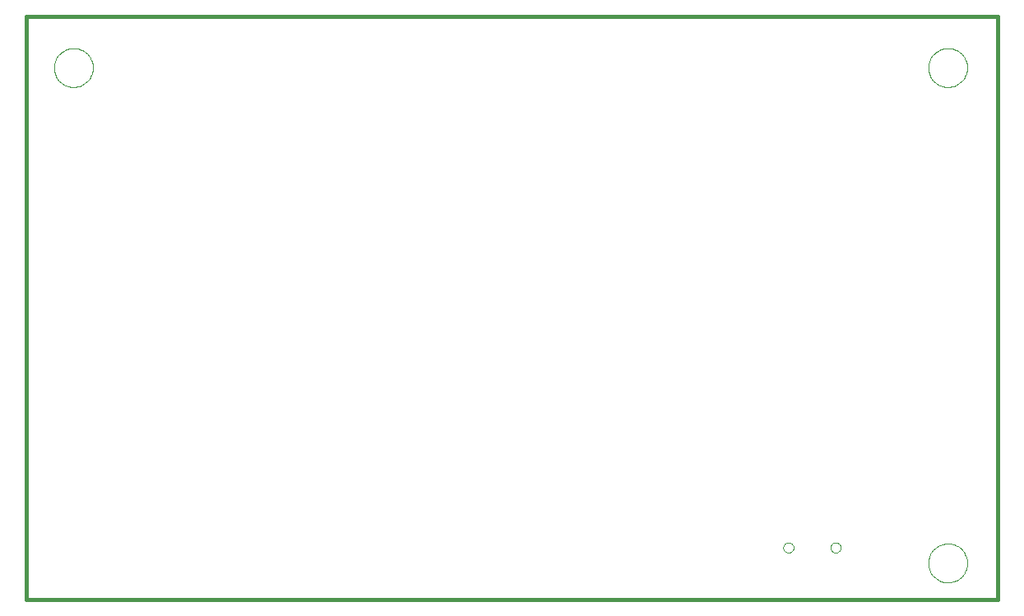
<source format=gbr>
G75*
G70*
%OFA0B0*%
%FSLAX24Y24*%
%IPPOS*%
%LPD*%
%AMOC8*
5,1,8,0,0,1.08239X$1,22.5*
%
%ADD10C,0.0000*%
%ADD11C,0.0160*%
D10*
X000250Y000877D02*
X000250Y024499D01*
X039620Y024499D01*
X039620Y000877D01*
X000250Y000877D01*
X030927Y002971D02*
X030929Y002999D01*
X030935Y003027D01*
X030944Y003053D01*
X030957Y003079D01*
X030973Y003102D01*
X030993Y003122D01*
X031015Y003140D01*
X031039Y003155D01*
X031065Y003166D01*
X031092Y003174D01*
X031120Y003178D01*
X031148Y003178D01*
X031176Y003174D01*
X031203Y003166D01*
X031229Y003155D01*
X031253Y003140D01*
X031275Y003122D01*
X031295Y003102D01*
X031311Y003079D01*
X031324Y003053D01*
X031333Y003027D01*
X031339Y002999D01*
X031341Y002971D01*
X031339Y002943D01*
X031333Y002915D01*
X031324Y002889D01*
X031311Y002863D01*
X031295Y002840D01*
X031275Y002820D01*
X031253Y002802D01*
X031229Y002787D01*
X031203Y002776D01*
X031176Y002768D01*
X031148Y002764D01*
X031120Y002764D01*
X031092Y002768D01*
X031065Y002776D01*
X031039Y002787D01*
X031015Y002802D01*
X030993Y002820D01*
X030973Y002840D01*
X030957Y002863D01*
X030944Y002889D01*
X030935Y002915D01*
X030929Y002943D01*
X030927Y002971D01*
X032837Y002971D02*
X032839Y002999D01*
X032845Y003027D01*
X032854Y003053D01*
X032867Y003079D01*
X032883Y003102D01*
X032903Y003122D01*
X032925Y003140D01*
X032949Y003155D01*
X032975Y003166D01*
X033002Y003174D01*
X033030Y003178D01*
X033058Y003178D01*
X033086Y003174D01*
X033113Y003166D01*
X033139Y003155D01*
X033163Y003140D01*
X033185Y003122D01*
X033205Y003102D01*
X033221Y003079D01*
X033234Y003053D01*
X033243Y003027D01*
X033249Y002999D01*
X033251Y002971D01*
X033249Y002943D01*
X033243Y002915D01*
X033234Y002889D01*
X033221Y002863D01*
X033205Y002840D01*
X033185Y002820D01*
X033163Y002802D01*
X033139Y002787D01*
X033113Y002776D01*
X033086Y002768D01*
X033058Y002764D01*
X033030Y002764D01*
X033002Y002768D01*
X032975Y002776D01*
X032949Y002787D01*
X032925Y002802D01*
X032903Y002820D01*
X032883Y002840D01*
X032867Y002863D01*
X032854Y002889D01*
X032845Y002915D01*
X032839Y002943D01*
X032837Y002971D01*
X036803Y002349D02*
X036805Y002405D01*
X036811Y002460D01*
X036821Y002514D01*
X036834Y002568D01*
X036852Y002621D01*
X036873Y002672D01*
X036897Y002722D01*
X036925Y002770D01*
X036957Y002816D01*
X036991Y002860D01*
X037029Y002901D01*
X037069Y002939D01*
X037112Y002974D01*
X037157Y003006D01*
X037205Y003035D01*
X037254Y003061D01*
X037305Y003083D01*
X037357Y003101D01*
X037411Y003115D01*
X037466Y003126D01*
X037521Y003133D01*
X037576Y003136D01*
X037632Y003135D01*
X037687Y003130D01*
X037742Y003121D01*
X037796Y003109D01*
X037849Y003092D01*
X037901Y003072D01*
X037951Y003048D01*
X037999Y003021D01*
X038046Y002991D01*
X038090Y002957D01*
X038132Y002920D01*
X038170Y002880D01*
X038207Y002838D01*
X038240Y002793D01*
X038269Y002747D01*
X038296Y002698D01*
X038318Y002647D01*
X038338Y002595D01*
X038353Y002541D01*
X038365Y002487D01*
X038373Y002432D01*
X038377Y002377D01*
X038377Y002321D01*
X038373Y002266D01*
X038365Y002211D01*
X038353Y002157D01*
X038338Y002103D01*
X038318Y002051D01*
X038296Y002000D01*
X038269Y001951D01*
X038240Y001905D01*
X038207Y001860D01*
X038170Y001818D01*
X038132Y001778D01*
X038090Y001741D01*
X038046Y001707D01*
X037999Y001677D01*
X037951Y001650D01*
X037901Y001626D01*
X037849Y001606D01*
X037796Y001589D01*
X037742Y001577D01*
X037687Y001568D01*
X037632Y001563D01*
X037576Y001562D01*
X037521Y001565D01*
X037466Y001572D01*
X037411Y001583D01*
X037357Y001597D01*
X037305Y001615D01*
X037254Y001637D01*
X037205Y001663D01*
X037157Y001692D01*
X037112Y001724D01*
X037069Y001759D01*
X037029Y001797D01*
X036991Y001838D01*
X036957Y001882D01*
X036925Y001928D01*
X036897Y001976D01*
X036873Y002026D01*
X036852Y002077D01*
X036834Y002130D01*
X036821Y002184D01*
X036811Y002238D01*
X036805Y002293D01*
X036803Y002349D01*
X036803Y022428D02*
X036805Y022484D01*
X036811Y022539D01*
X036821Y022593D01*
X036834Y022647D01*
X036852Y022700D01*
X036873Y022751D01*
X036897Y022801D01*
X036925Y022849D01*
X036957Y022895D01*
X036991Y022939D01*
X037029Y022980D01*
X037069Y023018D01*
X037112Y023053D01*
X037157Y023085D01*
X037205Y023114D01*
X037254Y023140D01*
X037305Y023162D01*
X037357Y023180D01*
X037411Y023194D01*
X037466Y023205D01*
X037521Y023212D01*
X037576Y023215D01*
X037632Y023214D01*
X037687Y023209D01*
X037742Y023200D01*
X037796Y023188D01*
X037849Y023171D01*
X037901Y023151D01*
X037951Y023127D01*
X037999Y023100D01*
X038046Y023070D01*
X038090Y023036D01*
X038132Y022999D01*
X038170Y022959D01*
X038207Y022917D01*
X038240Y022872D01*
X038269Y022826D01*
X038296Y022777D01*
X038318Y022726D01*
X038338Y022674D01*
X038353Y022620D01*
X038365Y022566D01*
X038373Y022511D01*
X038377Y022456D01*
X038377Y022400D01*
X038373Y022345D01*
X038365Y022290D01*
X038353Y022236D01*
X038338Y022182D01*
X038318Y022130D01*
X038296Y022079D01*
X038269Y022030D01*
X038240Y021984D01*
X038207Y021939D01*
X038170Y021897D01*
X038132Y021857D01*
X038090Y021820D01*
X038046Y021786D01*
X037999Y021756D01*
X037951Y021729D01*
X037901Y021705D01*
X037849Y021685D01*
X037796Y021668D01*
X037742Y021656D01*
X037687Y021647D01*
X037632Y021642D01*
X037576Y021641D01*
X037521Y021644D01*
X037466Y021651D01*
X037411Y021662D01*
X037357Y021676D01*
X037305Y021694D01*
X037254Y021716D01*
X037205Y021742D01*
X037157Y021771D01*
X037112Y021803D01*
X037069Y021838D01*
X037029Y021876D01*
X036991Y021917D01*
X036957Y021961D01*
X036925Y022007D01*
X036897Y022055D01*
X036873Y022105D01*
X036852Y022156D01*
X036834Y022209D01*
X036821Y022263D01*
X036811Y022317D01*
X036805Y022372D01*
X036803Y022428D01*
X001370Y022428D02*
X001372Y022484D01*
X001378Y022539D01*
X001388Y022593D01*
X001401Y022647D01*
X001419Y022700D01*
X001440Y022751D01*
X001464Y022801D01*
X001492Y022849D01*
X001524Y022895D01*
X001558Y022939D01*
X001596Y022980D01*
X001636Y023018D01*
X001679Y023053D01*
X001724Y023085D01*
X001772Y023114D01*
X001821Y023140D01*
X001872Y023162D01*
X001924Y023180D01*
X001978Y023194D01*
X002033Y023205D01*
X002088Y023212D01*
X002143Y023215D01*
X002199Y023214D01*
X002254Y023209D01*
X002309Y023200D01*
X002363Y023188D01*
X002416Y023171D01*
X002468Y023151D01*
X002518Y023127D01*
X002566Y023100D01*
X002613Y023070D01*
X002657Y023036D01*
X002699Y022999D01*
X002737Y022959D01*
X002774Y022917D01*
X002807Y022872D01*
X002836Y022826D01*
X002863Y022777D01*
X002885Y022726D01*
X002905Y022674D01*
X002920Y022620D01*
X002932Y022566D01*
X002940Y022511D01*
X002944Y022456D01*
X002944Y022400D01*
X002940Y022345D01*
X002932Y022290D01*
X002920Y022236D01*
X002905Y022182D01*
X002885Y022130D01*
X002863Y022079D01*
X002836Y022030D01*
X002807Y021984D01*
X002774Y021939D01*
X002737Y021897D01*
X002699Y021857D01*
X002657Y021820D01*
X002613Y021786D01*
X002566Y021756D01*
X002518Y021729D01*
X002468Y021705D01*
X002416Y021685D01*
X002363Y021668D01*
X002309Y021656D01*
X002254Y021647D01*
X002199Y021642D01*
X002143Y021641D01*
X002088Y021644D01*
X002033Y021651D01*
X001978Y021662D01*
X001924Y021676D01*
X001872Y021694D01*
X001821Y021716D01*
X001772Y021742D01*
X001724Y021771D01*
X001679Y021803D01*
X001636Y021838D01*
X001596Y021876D01*
X001558Y021917D01*
X001524Y021961D01*
X001492Y022007D01*
X001464Y022055D01*
X001440Y022105D01*
X001419Y022156D01*
X001401Y022209D01*
X001388Y022263D01*
X001378Y022317D01*
X001372Y022372D01*
X001370Y022428D01*
D11*
X000250Y024499D02*
X000250Y000877D01*
X039620Y000877D01*
X039620Y024499D01*
X000250Y024499D01*
M02*

</source>
